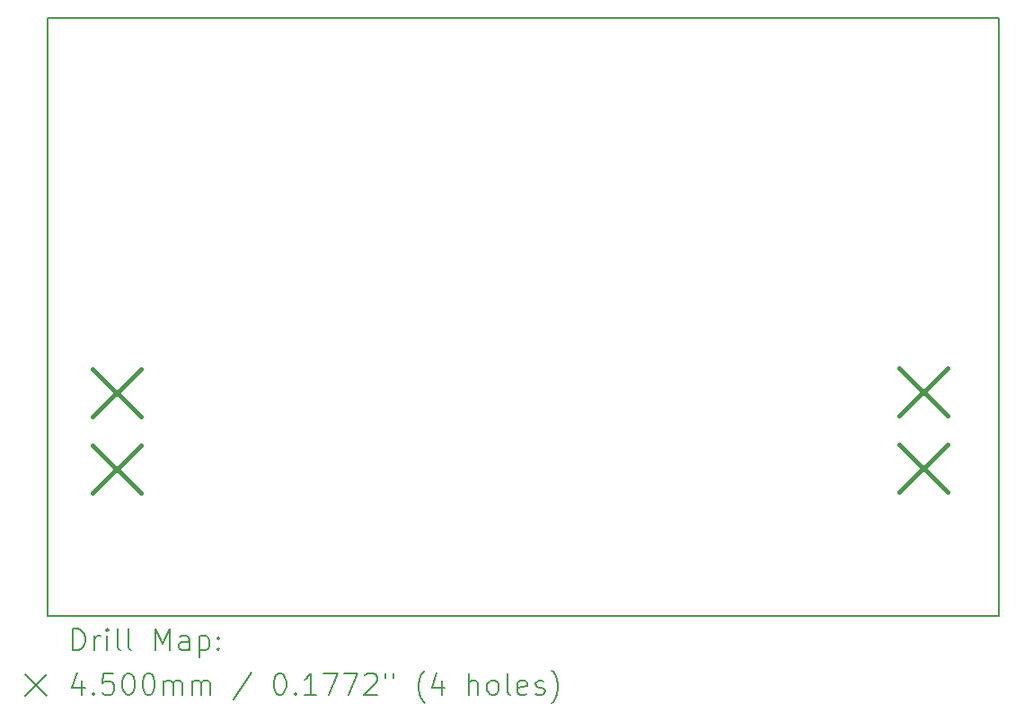
<source format=gbr>
%TF.GenerationSoftware,KiCad,Pcbnew,7.0.2*%
%TF.CreationDate,2023-09-08T16:08:13-07:00*%
%TF.ProjectId,Buck Converter,4275636b-2043-46f6-9e76-65727465722e,rev?*%
%TF.SameCoordinates,Original*%
%TF.FileFunction,Drillmap*%
%TF.FilePolarity,Positive*%
%FSLAX45Y45*%
G04 Gerber Fmt 4.5, Leading zero omitted, Abs format (unit mm)*
G04 Created by KiCad (PCBNEW 7.0.2) date 2023-09-08 16:08:13*
%MOMM*%
%LPD*%
G01*
G04 APERTURE LIST*
%ADD10C,0.200000*%
%ADD11C,0.450000*%
G04 APERTURE END LIST*
D10*
X10713720Y-8077200D02*
X19679000Y-8077200D01*
X19679000Y-13713500D01*
X10713720Y-13713500D01*
X10713720Y-8077200D01*
D11*
X11138960Y-11382800D02*
X11588960Y-11832800D01*
X11588960Y-11382800D02*
X11138960Y-11832800D01*
X11138960Y-12102800D02*
X11588960Y-12552800D01*
X11588960Y-12102800D02*
X11138960Y-12552800D01*
X18742800Y-11372750D02*
X19192800Y-11822750D01*
X19192800Y-11372750D02*
X18742800Y-11822750D01*
X18742800Y-12092750D02*
X19192800Y-12542750D01*
X19192800Y-12092750D02*
X18742800Y-12542750D01*
D10*
X10951339Y-14036024D02*
X10951339Y-13836024D01*
X10951339Y-13836024D02*
X10998958Y-13836024D01*
X10998958Y-13836024D02*
X11027530Y-13845548D01*
X11027530Y-13845548D02*
X11046577Y-13864595D01*
X11046577Y-13864595D02*
X11056101Y-13883643D01*
X11056101Y-13883643D02*
X11065625Y-13921738D01*
X11065625Y-13921738D02*
X11065625Y-13950309D01*
X11065625Y-13950309D02*
X11056101Y-13988405D01*
X11056101Y-13988405D02*
X11046577Y-14007452D01*
X11046577Y-14007452D02*
X11027530Y-14026500D01*
X11027530Y-14026500D02*
X10998958Y-14036024D01*
X10998958Y-14036024D02*
X10951339Y-14036024D01*
X11151339Y-14036024D02*
X11151339Y-13902690D01*
X11151339Y-13940786D02*
X11160863Y-13921738D01*
X11160863Y-13921738D02*
X11170387Y-13912214D01*
X11170387Y-13912214D02*
X11189434Y-13902690D01*
X11189434Y-13902690D02*
X11208482Y-13902690D01*
X11275148Y-14036024D02*
X11275148Y-13902690D01*
X11275148Y-13836024D02*
X11265625Y-13845548D01*
X11265625Y-13845548D02*
X11275148Y-13855071D01*
X11275148Y-13855071D02*
X11284672Y-13845548D01*
X11284672Y-13845548D02*
X11275148Y-13836024D01*
X11275148Y-13836024D02*
X11275148Y-13855071D01*
X11398958Y-14036024D02*
X11379910Y-14026500D01*
X11379910Y-14026500D02*
X11370387Y-14007452D01*
X11370387Y-14007452D02*
X11370387Y-13836024D01*
X11503720Y-14036024D02*
X11484672Y-14026500D01*
X11484672Y-14026500D02*
X11475148Y-14007452D01*
X11475148Y-14007452D02*
X11475148Y-13836024D01*
X11732291Y-14036024D02*
X11732291Y-13836024D01*
X11732291Y-13836024D02*
X11798958Y-13978881D01*
X11798958Y-13978881D02*
X11865625Y-13836024D01*
X11865625Y-13836024D02*
X11865625Y-14036024D01*
X12046577Y-14036024D02*
X12046577Y-13931262D01*
X12046577Y-13931262D02*
X12037053Y-13912214D01*
X12037053Y-13912214D02*
X12018006Y-13902690D01*
X12018006Y-13902690D02*
X11979910Y-13902690D01*
X11979910Y-13902690D02*
X11960863Y-13912214D01*
X12046577Y-14026500D02*
X12027529Y-14036024D01*
X12027529Y-14036024D02*
X11979910Y-14036024D01*
X11979910Y-14036024D02*
X11960863Y-14026500D01*
X11960863Y-14026500D02*
X11951339Y-14007452D01*
X11951339Y-14007452D02*
X11951339Y-13988405D01*
X11951339Y-13988405D02*
X11960863Y-13969357D01*
X11960863Y-13969357D02*
X11979910Y-13959833D01*
X11979910Y-13959833D02*
X12027529Y-13959833D01*
X12027529Y-13959833D02*
X12046577Y-13950309D01*
X12141815Y-13902690D02*
X12141815Y-14102690D01*
X12141815Y-13912214D02*
X12160863Y-13902690D01*
X12160863Y-13902690D02*
X12198958Y-13902690D01*
X12198958Y-13902690D02*
X12218006Y-13912214D01*
X12218006Y-13912214D02*
X12227529Y-13921738D01*
X12227529Y-13921738D02*
X12237053Y-13940786D01*
X12237053Y-13940786D02*
X12237053Y-13997928D01*
X12237053Y-13997928D02*
X12227529Y-14016976D01*
X12227529Y-14016976D02*
X12218006Y-14026500D01*
X12218006Y-14026500D02*
X12198958Y-14036024D01*
X12198958Y-14036024D02*
X12160863Y-14036024D01*
X12160863Y-14036024D02*
X12141815Y-14026500D01*
X12322768Y-14016976D02*
X12332291Y-14026500D01*
X12332291Y-14026500D02*
X12322768Y-14036024D01*
X12322768Y-14036024D02*
X12313244Y-14026500D01*
X12313244Y-14026500D02*
X12322768Y-14016976D01*
X12322768Y-14016976D02*
X12322768Y-14036024D01*
X12322768Y-13912214D02*
X12332291Y-13921738D01*
X12332291Y-13921738D02*
X12322768Y-13931262D01*
X12322768Y-13931262D02*
X12313244Y-13921738D01*
X12313244Y-13921738D02*
X12322768Y-13912214D01*
X12322768Y-13912214D02*
X12322768Y-13931262D01*
X10503720Y-14263500D02*
X10703720Y-14463500D01*
X10703720Y-14263500D02*
X10503720Y-14463500D01*
X11037053Y-14322690D02*
X11037053Y-14456024D01*
X10989434Y-14246500D02*
X10941815Y-14389357D01*
X10941815Y-14389357D02*
X11065625Y-14389357D01*
X11141815Y-14436976D02*
X11151339Y-14446500D01*
X11151339Y-14446500D02*
X11141815Y-14456024D01*
X11141815Y-14456024D02*
X11132291Y-14446500D01*
X11132291Y-14446500D02*
X11141815Y-14436976D01*
X11141815Y-14436976D02*
X11141815Y-14456024D01*
X11332291Y-14256024D02*
X11237053Y-14256024D01*
X11237053Y-14256024D02*
X11227529Y-14351262D01*
X11227529Y-14351262D02*
X11237053Y-14341738D01*
X11237053Y-14341738D02*
X11256101Y-14332214D01*
X11256101Y-14332214D02*
X11303720Y-14332214D01*
X11303720Y-14332214D02*
X11322768Y-14341738D01*
X11322768Y-14341738D02*
X11332291Y-14351262D01*
X11332291Y-14351262D02*
X11341815Y-14370309D01*
X11341815Y-14370309D02*
X11341815Y-14417928D01*
X11341815Y-14417928D02*
X11332291Y-14436976D01*
X11332291Y-14436976D02*
X11322768Y-14446500D01*
X11322768Y-14446500D02*
X11303720Y-14456024D01*
X11303720Y-14456024D02*
X11256101Y-14456024D01*
X11256101Y-14456024D02*
X11237053Y-14446500D01*
X11237053Y-14446500D02*
X11227529Y-14436976D01*
X11465625Y-14256024D02*
X11484672Y-14256024D01*
X11484672Y-14256024D02*
X11503720Y-14265548D01*
X11503720Y-14265548D02*
X11513244Y-14275071D01*
X11513244Y-14275071D02*
X11522768Y-14294119D01*
X11522768Y-14294119D02*
X11532291Y-14332214D01*
X11532291Y-14332214D02*
X11532291Y-14379833D01*
X11532291Y-14379833D02*
X11522768Y-14417928D01*
X11522768Y-14417928D02*
X11513244Y-14436976D01*
X11513244Y-14436976D02*
X11503720Y-14446500D01*
X11503720Y-14446500D02*
X11484672Y-14456024D01*
X11484672Y-14456024D02*
X11465625Y-14456024D01*
X11465625Y-14456024D02*
X11446577Y-14446500D01*
X11446577Y-14446500D02*
X11437053Y-14436976D01*
X11437053Y-14436976D02*
X11427529Y-14417928D01*
X11427529Y-14417928D02*
X11418006Y-14379833D01*
X11418006Y-14379833D02*
X11418006Y-14332214D01*
X11418006Y-14332214D02*
X11427529Y-14294119D01*
X11427529Y-14294119D02*
X11437053Y-14275071D01*
X11437053Y-14275071D02*
X11446577Y-14265548D01*
X11446577Y-14265548D02*
X11465625Y-14256024D01*
X11656101Y-14256024D02*
X11675149Y-14256024D01*
X11675149Y-14256024D02*
X11694196Y-14265548D01*
X11694196Y-14265548D02*
X11703720Y-14275071D01*
X11703720Y-14275071D02*
X11713244Y-14294119D01*
X11713244Y-14294119D02*
X11722768Y-14332214D01*
X11722768Y-14332214D02*
X11722768Y-14379833D01*
X11722768Y-14379833D02*
X11713244Y-14417928D01*
X11713244Y-14417928D02*
X11703720Y-14436976D01*
X11703720Y-14436976D02*
X11694196Y-14446500D01*
X11694196Y-14446500D02*
X11675149Y-14456024D01*
X11675149Y-14456024D02*
X11656101Y-14456024D01*
X11656101Y-14456024D02*
X11637053Y-14446500D01*
X11637053Y-14446500D02*
X11627529Y-14436976D01*
X11627529Y-14436976D02*
X11618006Y-14417928D01*
X11618006Y-14417928D02*
X11608482Y-14379833D01*
X11608482Y-14379833D02*
X11608482Y-14332214D01*
X11608482Y-14332214D02*
X11618006Y-14294119D01*
X11618006Y-14294119D02*
X11627529Y-14275071D01*
X11627529Y-14275071D02*
X11637053Y-14265548D01*
X11637053Y-14265548D02*
X11656101Y-14256024D01*
X11808482Y-14456024D02*
X11808482Y-14322690D01*
X11808482Y-14341738D02*
X11818006Y-14332214D01*
X11818006Y-14332214D02*
X11837053Y-14322690D01*
X11837053Y-14322690D02*
X11865625Y-14322690D01*
X11865625Y-14322690D02*
X11884672Y-14332214D01*
X11884672Y-14332214D02*
X11894196Y-14351262D01*
X11894196Y-14351262D02*
X11894196Y-14456024D01*
X11894196Y-14351262D02*
X11903720Y-14332214D01*
X11903720Y-14332214D02*
X11922768Y-14322690D01*
X11922768Y-14322690D02*
X11951339Y-14322690D01*
X11951339Y-14322690D02*
X11970387Y-14332214D01*
X11970387Y-14332214D02*
X11979910Y-14351262D01*
X11979910Y-14351262D02*
X11979910Y-14456024D01*
X12075149Y-14456024D02*
X12075149Y-14322690D01*
X12075149Y-14341738D02*
X12084672Y-14332214D01*
X12084672Y-14332214D02*
X12103720Y-14322690D01*
X12103720Y-14322690D02*
X12132291Y-14322690D01*
X12132291Y-14322690D02*
X12151339Y-14332214D01*
X12151339Y-14332214D02*
X12160863Y-14351262D01*
X12160863Y-14351262D02*
X12160863Y-14456024D01*
X12160863Y-14351262D02*
X12170387Y-14332214D01*
X12170387Y-14332214D02*
X12189434Y-14322690D01*
X12189434Y-14322690D02*
X12218006Y-14322690D01*
X12218006Y-14322690D02*
X12237053Y-14332214D01*
X12237053Y-14332214D02*
X12246577Y-14351262D01*
X12246577Y-14351262D02*
X12246577Y-14456024D01*
X12637053Y-14246500D02*
X12465625Y-14503643D01*
X12894196Y-14256024D02*
X12913244Y-14256024D01*
X12913244Y-14256024D02*
X12932292Y-14265548D01*
X12932292Y-14265548D02*
X12941815Y-14275071D01*
X12941815Y-14275071D02*
X12951339Y-14294119D01*
X12951339Y-14294119D02*
X12960863Y-14332214D01*
X12960863Y-14332214D02*
X12960863Y-14379833D01*
X12960863Y-14379833D02*
X12951339Y-14417928D01*
X12951339Y-14417928D02*
X12941815Y-14436976D01*
X12941815Y-14436976D02*
X12932292Y-14446500D01*
X12932292Y-14446500D02*
X12913244Y-14456024D01*
X12913244Y-14456024D02*
X12894196Y-14456024D01*
X12894196Y-14456024D02*
X12875149Y-14446500D01*
X12875149Y-14446500D02*
X12865625Y-14436976D01*
X12865625Y-14436976D02*
X12856101Y-14417928D01*
X12856101Y-14417928D02*
X12846577Y-14379833D01*
X12846577Y-14379833D02*
X12846577Y-14332214D01*
X12846577Y-14332214D02*
X12856101Y-14294119D01*
X12856101Y-14294119D02*
X12865625Y-14275071D01*
X12865625Y-14275071D02*
X12875149Y-14265548D01*
X12875149Y-14265548D02*
X12894196Y-14256024D01*
X13046577Y-14436976D02*
X13056101Y-14446500D01*
X13056101Y-14446500D02*
X13046577Y-14456024D01*
X13046577Y-14456024D02*
X13037053Y-14446500D01*
X13037053Y-14446500D02*
X13046577Y-14436976D01*
X13046577Y-14436976D02*
X13046577Y-14456024D01*
X13246577Y-14456024D02*
X13132292Y-14456024D01*
X13189434Y-14456024D02*
X13189434Y-14256024D01*
X13189434Y-14256024D02*
X13170387Y-14284595D01*
X13170387Y-14284595D02*
X13151339Y-14303643D01*
X13151339Y-14303643D02*
X13132292Y-14313167D01*
X13313244Y-14256024D02*
X13446577Y-14256024D01*
X13446577Y-14256024D02*
X13360863Y-14456024D01*
X13503720Y-14256024D02*
X13637053Y-14256024D01*
X13637053Y-14256024D02*
X13551339Y-14456024D01*
X13703720Y-14275071D02*
X13713244Y-14265548D01*
X13713244Y-14265548D02*
X13732292Y-14256024D01*
X13732292Y-14256024D02*
X13779911Y-14256024D01*
X13779911Y-14256024D02*
X13798958Y-14265548D01*
X13798958Y-14265548D02*
X13808482Y-14275071D01*
X13808482Y-14275071D02*
X13818006Y-14294119D01*
X13818006Y-14294119D02*
X13818006Y-14313167D01*
X13818006Y-14313167D02*
X13808482Y-14341738D01*
X13808482Y-14341738D02*
X13694196Y-14456024D01*
X13694196Y-14456024D02*
X13818006Y-14456024D01*
X13894196Y-14256024D02*
X13894196Y-14294119D01*
X13970387Y-14256024D02*
X13970387Y-14294119D01*
X14265625Y-14532214D02*
X14256101Y-14522690D01*
X14256101Y-14522690D02*
X14237054Y-14494119D01*
X14237054Y-14494119D02*
X14227530Y-14475071D01*
X14227530Y-14475071D02*
X14218006Y-14446500D01*
X14218006Y-14446500D02*
X14208482Y-14398881D01*
X14208482Y-14398881D02*
X14208482Y-14360786D01*
X14208482Y-14360786D02*
X14218006Y-14313167D01*
X14218006Y-14313167D02*
X14227530Y-14284595D01*
X14227530Y-14284595D02*
X14237054Y-14265548D01*
X14237054Y-14265548D02*
X14256101Y-14236976D01*
X14256101Y-14236976D02*
X14265625Y-14227452D01*
X14427530Y-14322690D02*
X14427530Y-14456024D01*
X14379911Y-14246500D02*
X14332292Y-14389357D01*
X14332292Y-14389357D02*
X14456101Y-14389357D01*
X14684673Y-14456024D02*
X14684673Y-14256024D01*
X14770387Y-14456024D02*
X14770387Y-14351262D01*
X14770387Y-14351262D02*
X14760863Y-14332214D01*
X14760863Y-14332214D02*
X14741816Y-14322690D01*
X14741816Y-14322690D02*
X14713244Y-14322690D01*
X14713244Y-14322690D02*
X14694196Y-14332214D01*
X14694196Y-14332214D02*
X14684673Y-14341738D01*
X14894196Y-14456024D02*
X14875149Y-14446500D01*
X14875149Y-14446500D02*
X14865625Y-14436976D01*
X14865625Y-14436976D02*
X14856101Y-14417928D01*
X14856101Y-14417928D02*
X14856101Y-14360786D01*
X14856101Y-14360786D02*
X14865625Y-14341738D01*
X14865625Y-14341738D02*
X14875149Y-14332214D01*
X14875149Y-14332214D02*
X14894196Y-14322690D01*
X14894196Y-14322690D02*
X14922768Y-14322690D01*
X14922768Y-14322690D02*
X14941816Y-14332214D01*
X14941816Y-14332214D02*
X14951339Y-14341738D01*
X14951339Y-14341738D02*
X14960863Y-14360786D01*
X14960863Y-14360786D02*
X14960863Y-14417928D01*
X14960863Y-14417928D02*
X14951339Y-14436976D01*
X14951339Y-14436976D02*
X14941816Y-14446500D01*
X14941816Y-14446500D02*
X14922768Y-14456024D01*
X14922768Y-14456024D02*
X14894196Y-14456024D01*
X15075149Y-14456024D02*
X15056101Y-14446500D01*
X15056101Y-14446500D02*
X15046577Y-14427452D01*
X15046577Y-14427452D02*
X15046577Y-14256024D01*
X15227530Y-14446500D02*
X15208482Y-14456024D01*
X15208482Y-14456024D02*
X15170387Y-14456024D01*
X15170387Y-14456024D02*
X15151339Y-14446500D01*
X15151339Y-14446500D02*
X15141816Y-14427452D01*
X15141816Y-14427452D02*
X15141816Y-14351262D01*
X15141816Y-14351262D02*
X15151339Y-14332214D01*
X15151339Y-14332214D02*
X15170387Y-14322690D01*
X15170387Y-14322690D02*
X15208482Y-14322690D01*
X15208482Y-14322690D02*
X15227530Y-14332214D01*
X15227530Y-14332214D02*
X15237054Y-14351262D01*
X15237054Y-14351262D02*
X15237054Y-14370309D01*
X15237054Y-14370309D02*
X15141816Y-14389357D01*
X15313244Y-14446500D02*
X15332292Y-14456024D01*
X15332292Y-14456024D02*
X15370387Y-14456024D01*
X15370387Y-14456024D02*
X15389435Y-14446500D01*
X15389435Y-14446500D02*
X15398958Y-14427452D01*
X15398958Y-14427452D02*
X15398958Y-14417928D01*
X15398958Y-14417928D02*
X15389435Y-14398881D01*
X15389435Y-14398881D02*
X15370387Y-14389357D01*
X15370387Y-14389357D02*
X15341816Y-14389357D01*
X15341816Y-14389357D02*
X15322768Y-14379833D01*
X15322768Y-14379833D02*
X15313244Y-14360786D01*
X15313244Y-14360786D02*
X15313244Y-14351262D01*
X15313244Y-14351262D02*
X15322768Y-14332214D01*
X15322768Y-14332214D02*
X15341816Y-14322690D01*
X15341816Y-14322690D02*
X15370387Y-14322690D01*
X15370387Y-14322690D02*
X15389435Y-14332214D01*
X15465625Y-14532214D02*
X15475149Y-14522690D01*
X15475149Y-14522690D02*
X15494197Y-14494119D01*
X15494197Y-14494119D02*
X15503720Y-14475071D01*
X15503720Y-14475071D02*
X15513244Y-14446500D01*
X15513244Y-14446500D02*
X15522768Y-14398881D01*
X15522768Y-14398881D02*
X15522768Y-14360786D01*
X15522768Y-14360786D02*
X15513244Y-14313167D01*
X15513244Y-14313167D02*
X15503720Y-14284595D01*
X15503720Y-14284595D02*
X15494197Y-14265548D01*
X15494197Y-14265548D02*
X15475149Y-14236976D01*
X15475149Y-14236976D02*
X15465625Y-14227452D01*
M02*

</source>
